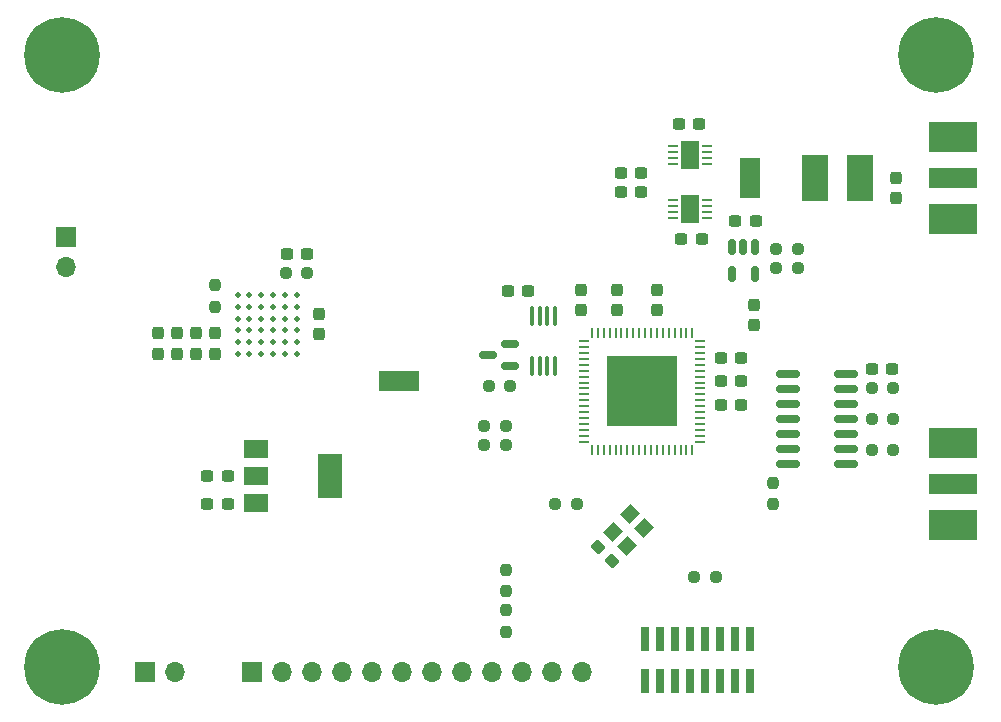
<source format=gbr>
%TF.GenerationSoftware,KiCad,Pcbnew,6.0.6-3a73a75311~116~ubuntu20.04.1*%
%TF.CreationDate,2022-09-22T11:08:13+01:00*%
%TF.ProjectId,UFOMothership,55464f4d-6f74-4686-9572-736869702e6b,rev?*%
%TF.SameCoordinates,Original*%
%TF.FileFunction,Soldermask,Top*%
%TF.FilePolarity,Negative*%
%FSLAX46Y46*%
G04 Gerber Fmt 4.6, Leading zero omitted, Abs format (unit mm)*
G04 Created by KiCad (PCBNEW 6.0.6-3a73a75311~116~ubuntu20.04.1) date 2022-09-22 11:08:13*
%MOMM*%
%LPD*%
G01*
G04 APERTURE LIST*
G04 Aperture macros list*
%AMRoundRect*
0 Rectangle with rounded corners*
0 $1 Rounding radius*
0 $2 $3 $4 $5 $6 $7 $8 $9 X,Y pos of 4 corners*
0 Add a 4 corners polygon primitive as box body*
4,1,4,$2,$3,$4,$5,$6,$7,$8,$9,$2,$3,0*
0 Add four circle primitives for the rounded corners*
1,1,$1+$1,$2,$3*
1,1,$1+$1,$4,$5*
1,1,$1+$1,$6,$7*
1,1,$1+$1,$8,$9*
0 Add four rect primitives between the rounded corners*
20,1,$1+$1,$2,$3,$4,$5,0*
20,1,$1+$1,$4,$5,$6,$7,0*
20,1,$1+$1,$6,$7,$8,$9,0*
20,1,$1+$1,$8,$9,$2,$3,0*%
%AMRotRect*
0 Rectangle, with rotation*
0 The origin of the aperture is its center*
0 $1 length*
0 $2 width*
0 $3 Rotation angle, in degrees counterclockwise*
0 Add horizontal line*
21,1,$1,$2,0,0,$3*%
G04 Aperture macros list end*
%ADD10RotRect,1.300000X1.100000X45.000000*%
%ADD11RoundRect,0.237500X0.380070X-0.044194X-0.044194X0.380070X-0.380070X0.044194X0.044194X-0.380070X0*%
%ADD12C,0.800000*%
%ADD13C,6.400000*%
%ADD14RoundRect,0.237500X-0.237500X0.250000X-0.237500X-0.250000X0.237500X-0.250000X0.237500X0.250000X0*%
%ADD15RoundRect,0.237500X0.300000X0.237500X-0.300000X0.237500X-0.300000X-0.237500X0.300000X-0.237500X0*%
%ADD16RoundRect,0.237500X-0.250000X-0.237500X0.250000X-0.237500X0.250000X0.237500X-0.250000X0.237500X0*%
%ADD17R,0.750000X2.100000*%
%ADD18RoundRect,0.237500X-0.300000X-0.237500X0.300000X-0.237500X0.300000X0.237500X-0.300000X0.237500X0*%
%ADD19R,1.700000X1.700000*%
%ADD20O,1.700000X1.700000*%
%ADD21C,0.500000*%
%ADD22R,4.190000X1.780000*%
%ADD23R,4.190000X2.665000*%
%ADD24RoundRect,0.100000X0.100000X-0.712500X0.100000X0.712500X-0.100000X0.712500X-0.100000X-0.712500X0*%
%ADD25RoundRect,0.237500X0.237500X-0.300000X0.237500X0.300000X-0.237500X0.300000X-0.237500X-0.300000X0*%
%ADD26RoundRect,0.062500X0.375000X0.062500X-0.375000X0.062500X-0.375000X-0.062500X0.375000X-0.062500X0*%
%ADD27RoundRect,0.062500X0.062500X0.375000X-0.062500X0.375000X-0.062500X-0.375000X0.062500X-0.375000X0*%
%ADD28R,6.000000X6.000000*%
%ADD29R,1.800000X3.400000*%
%ADD30R,3.400000X1.800000*%
%ADD31RoundRect,0.150000X0.587500X0.150000X-0.587500X0.150000X-0.587500X-0.150000X0.587500X-0.150000X0*%
%ADD32RoundRect,0.237500X-0.237500X0.300000X-0.237500X-0.300000X0.237500X-0.300000X0.237500X0.300000X0*%
%ADD33RoundRect,0.062500X0.362500X0.062500X-0.362500X0.062500X-0.362500X-0.062500X0.362500X-0.062500X0*%
%ADD34R,1.650000X2.380000*%
%ADD35RoundRect,0.150000X-0.825000X-0.150000X0.825000X-0.150000X0.825000X0.150000X-0.825000X0.150000X0*%
%ADD36RoundRect,0.150000X-0.150000X0.512500X-0.150000X-0.512500X0.150000X-0.512500X0.150000X0.512500X0*%
%ADD37RoundRect,0.237500X0.250000X0.237500X-0.250000X0.237500X-0.250000X-0.237500X0.250000X-0.237500X0*%
%ADD38R,2.200000X3.900000*%
%ADD39R,2.000000X1.500000*%
%ADD40R,2.000000X3.800000*%
G04 APERTURE END LIST*
D10*
%TO.C,X1*%
X180040901Y-97925825D03*
X181525825Y-96440901D03*
X180359099Y-95274175D03*
X178874175Y-96759099D03*
%TD*%
D11*
%TO.C,C24*%
X178819760Y-99219760D03*
X177600000Y-98000000D03*
%TD*%
D12*
%TO.C,REF\u002A\u002A*%
X206200000Y-110600000D03*
D13*
X206200000Y-108200000D03*
D12*
X207897056Y-106502944D03*
X204502944Y-106502944D03*
X207897056Y-109897056D03*
X204502944Y-109897056D03*
X203800000Y-108200000D03*
X206200000Y-105800000D03*
X208600000Y-108200000D03*
%TD*%
D13*
%TO.C,REF\u002A\u002A*%
X206200000Y-56400000D03*
D12*
X207897056Y-54702944D03*
X204502944Y-58097056D03*
X207897056Y-58097056D03*
X208600000Y-56400000D03*
X206200000Y-58800000D03*
X206200000Y-54000000D03*
X204502944Y-54702944D03*
X203800000Y-56400000D03*
%TD*%
D14*
%TO.C,R7*%
X145200000Y-75887500D03*
X145200000Y-77712500D03*
%TD*%
D15*
%TO.C,C16*%
X181262500Y-66400000D03*
X179537500Y-66400000D03*
%TD*%
D16*
%TO.C,R9*%
X192687500Y-74400000D03*
X194512500Y-74400000D03*
%TD*%
D17*
%TO.C,J7*%
X181555000Y-105800000D03*
X181555000Y-109400000D03*
X182825000Y-105800000D03*
X182825000Y-109400000D03*
X184095000Y-105800000D03*
X184095000Y-109400000D03*
X185365000Y-105800000D03*
X185365000Y-109400000D03*
X186635000Y-105800000D03*
X186635000Y-109400000D03*
X187905000Y-105800000D03*
X187905000Y-109400000D03*
X189175000Y-105800000D03*
X189175000Y-109400000D03*
X190445000Y-105800000D03*
X190445000Y-109400000D03*
%TD*%
D18*
%TO.C,C15*%
X200800000Y-83000000D03*
X202525000Y-83000000D03*
%TD*%
D19*
%TO.C,J6*%
X139260000Y-108600000D03*
D20*
X141800000Y-108600000D03*
%TD*%
D21*
%TO.C,U1*%
X147100000Y-76700000D03*
X148100000Y-76700000D03*
X149100000Y-76700000D03*
X150100000Y-76700000D03*
X151100000Y-76700000D03*
X152100000Y-76700000D03*
X147100000Y-77700000D03*
X148100000Y-77700000D03*
X149100000Y-77700000D03*
X150100000Y-77700000D03*
X151100000Y-77700000D03*
X152100000Y-77700000D03*
X147100000Y-78700000D03*
X148100000Y-78700000D03*
X149100000Y-78700000D03*
X150100000Y-78700000D03*
X151100000Y-78700000D03*
X152100000Y-78700000D03*
X147100000Y-79700000D03*
X148100000Y-79700000D03*
X149100000Y-79700000D03*
X150100000Y-79700000D03*
X151100000Y-79700000D03*
X152100000Y-79700000D03*
X147100000Y-80700000D03*
X148100000Y-80700000D03*
X149100000Y-80700000D03*
X150100000Y-80700000D03*
X151100000Y-80700000D03*
X152100000Y-80700000D03*
X147100000Y-81700000D03*
X148100000Y-81700000D03*
X149100000Y-81700000D03*
X150100000Y-81700000D03*
X151100000Y-81700000D03*
X152100000Y-81700000D03*
%TD*%
D18*
%TO.C,C11*%
X184475000Y-62200000D03*
X186200000Y-62200000D03*
%TD*%
D22*
%TO.C,J4*%
X207665000Y-66800000D03*
D23*
X207665000Y-70292500D03*
X207665000Y-63307500D03*
%TD*%
D12*
%TO.C,REF\u002A\u002A*%
X130502944Y-106502944D03*
X130502944Y-109897056D03*
X134600000Y-108200000D03*
X133897056Y-106502944D03*
X132200000Y-105800000D03*
X133897056Y-109897056D03*
D13*
X132200000Y-108200000D03*
D12*
X132200000Y-110600000D03*
X129800000Y-108200000D03*
%TD*%
D24*
%TO.C,U2*%
X172025000Y-82712500D03*
X172675000Y-82712500D03*
X173325000Y-82712500D03*
X173975000Y-82712500D03*
X173975000Y-78487500D03*
X173325000Y-78487500D03*
X172675000Y-78487500D03*
X172025000Y-78487500D03*
%TD*%
D25*
%TO.C,C21*%
X176200000Y-77999999D03*
X176200000Y-76274999D03*
%TD*%
D16*
%TO.C,R3*%
X167975000Y-87800000D03*
X169800000Y-87800000D03*
%TD*%
%TO.C,R8*%
X168375000Y-84387500D03*
X170200000Y-84387500D03*
%TD*%
D15*
%TO.C,C3*%
X153000000Y-73200000D03*
X151275000Y-73200000D03*
%TD*%
D14*
%TO.C,R10*%
X169800000Y-103375000D03*
X169800000Y-105200000D03*
%TD*%
D26*
%TO.C,U3*%
X186287500Y-89112500D03*
X186287500Y-88612500D03*
X186287500Y-88112500D03*
X186287500Y-87612500D03*
X186287500Y-87112500D03*
X186287500Y-86612500D03*
X186287500Y-86112500D03*
X186287500Y-85612500D03*
X186287500Y-85112500D03*
X186287500Y-84612500D03*
X186287500Y-84112500D03*
X186287500Y-83612500D03*
X186287500Y-83112500D03*
X186287500Y-82612500D03*
X186287500Y-82112500D03*
X186287500Y-81612500D03*
X186287500Y-81112500D03*
X186287500Y-80612500D03*
D27*
X185600000Y-79925000D03*
X185100000Y-79925000D03*
X184600000Y-79925000D03*
X184100000Y-79925000D03*
X183600000Y-79925000D03*
X183100000Y-79925000D03*
X182600000Y-79925000D03*
X182100000Y-79925000D03*
X181600000Y-79925000D03*
X181100000Y-79925000D03*
X180600000Y-79925000D03*
X180100000Y-79925000D03*
X179600000Y-79925000D03*
X179100000Y-79925000D03*
X178600000Y-79925000D03*
X178100000Y-79925000D03*
X177600000Y-79925000D03*
X177100000Y-79925000D03*
D26*
X176412500Y-80612500D03*
X176412500Y-81112500D03*
X176412500Y-81612500D03*
X176412500Y-82112500D03*
X176412500Y-82612500D03*
X176412500Y-83112500D03*
X176412500Y-83612500D03*
X176412500Y-84112500D03*
X176412500Y-84612500D03*
X176412500Y-85112500D03*
X176412500Y-85612500D03*
X176412500Y-86112500D03*
X176412500Y-86612500D03*
X176412500Y-87112500D03*
X176412500Y-87612500D03*
X176412500Y-88112500D03*
X176412500Y-88612500D03*
X176412500Y-89112500D03*
D27*
X177100000Y-89800000D03*
X177600000Y-89800000D03*
X178100000Y-89800000D03*
X178600000Y-89800000D03*
X179100000Y-89800000D03*
X179600000Y-89800000D03*
X180100000Y-89800000D03*
X180600000Y-89800000D03*
X181100000Y-89800000D03*
X181600000Y-89800000D03*
X182100000Y-89800000D03*
X182600000Y-89800000D03*
X183100000Y-89800000D03*
X183600000Y-89800000D03*
X184100000Y-89800000D03*
X184600000Y-89800000D03*
X185100000Y-89800000D03*
X185600000Y-89800000D03*
D28*
X181350000Y-84862500D03*
%TD*%
D16*
%TO.C,R15*%
X200800000Y-84600000D03*
X202625000Y-84600000D03*
%TD*%
D19*
%TO.C,J2*%
X148280000Y-108600000D03*
D20*
X150820000Y-108600000D03*
X153360000Y-108600000D03*
X155900000Y-108600000D03*
X158440000Y-108600000D03*
X160980000Y-108600000D03*
X163520000Y-108600000D03*
X166060000Y-108600000D03*
X168600000Y-108600000D03*
X171140000Y-108600000D03*
X173680000Y-108600000D03*
X176220000Y-108600000D03*
%TD*%
D29*
%TO.C,TP1*%
X190512500Y-66800000D03*
%TD*%
D30*
%TO.C,TP2*%
X160800000Y-84000000D03*
%TD*%
D25*
%TO.C,C4*%
X142000000Y-81662500D03*
X142000000Y-79937500D03*
%TD*%
%TO.C,C22*%
X182600000Y-77999999D03*
X182600000Y-76274999D03*
%TD*%
D15*
%TO.C,C5*%
X146262500Y-92000000D03*
X144537500Y-92000000D03*
%TD*%
%TO.C,C12*%
X186399999Y-72000000D03*
X184674999Y-72000000D03*
%TD*%
D31*
%TO.C,U6*%
X170137500Y-82737500D03*
X170137500Y-80837500D03*
X168262500Y-81787500D03*
%TD*%
D15*
%TO.C,C2*%
X146262500Y-94400000D03*
X144537500Y-94400000D03*
%TD*%
D12*
%TO.C,REF\u002A\u002A*%
X130502944Y-54702944D03*
X132200000Y-58800000D03*
X134600000Y-56400000D03*
X133897056Y-58097056D03*
D13*
X132200000Y-56400000D03*
D12*
X133897056Y-54702944D03*
X132200000Y-54000000D03*
X129800000Y-56400000D03*
X130502944Y-58097056D03*
%TD*%
D32*
%TO.C,C10*%
X202800000Y-66800000D03*
X202800000Y-68525000D03*
%TD*%
D15*
%TO.C,C17*%
X181262500Y-68000000D03*
X179537500Y-68000000D03*
%TD*%
D19*
%TO.C,J1*%
X132600000Y-71800000D03*
D20*
X132600000Y-74340000D03*
%TD*%
D16*
%TO.C,R2*%
X167975000Y-89400000D03*
X169800000Y-89400000D03*
%TD*%
D18*
%TO.C,C20*%
X188000000Y-84000000D03*
X189725000Y-84000000D03*
%TD*%
D25*
%TO.C,C19*%
X179200000Y-77999999D03*
X179200000Y-76274999D03*
%TD*%
%TO.C,C6*%
X140400000Y-81662500D03*
X140400000Y-79937500D03*
%TD*%
D16*
%TO.C,R14*%
X200800000Y-87200000D03*
X202625000Y-87200000D03*
%TD*%
D33*
%TO.C,U9*%
X186850000Y-70150000D03*
X186850000Y-69650000D03*
X186850000Y-69150000D03*
X186850000Y-68650000D03*
X183950000Y-68650000D03*
X183950000Y-69150000D03*
X183950000Y-69650000D03*
X183950000Y-70150000D03*
D34*
X185400000Y-69400000D03*
%TD*%
D35*
%TO.C,U5*%
X193675001Y-83352500D03*
X193675001Y-84622500D03*
X193675001Y-85892500D03*
X193675001Y-87162500D03*
X193675001Y-88432500D03*
X193675001Y-89702500D03*
X193675001Y-90972500D03*
X198625001Y-90972500D03*
X198625001Y-89702500D03*
X198625001Y-88432500D03*
X198625001Y-87162500D03*
X198625001Y-85892500D03*
X198625001Y-84622500D03*
X198625001Y-83352500D03*
%TD*%
D16*
%TO.C,R13*%
X200800000Y-89800000D03*
X202625000Y-89800000D03*
%TD*%
D36*
%TO.C,U7*%
X190862501Y-72662500D03*
X189912501Y-72662500D03*
X188962501Y-72662500D03*
X188962501Y-74937500D03*
X190862501Y-74937500D03*
%TD*%
D37*
%TO.C,R16*%
X194512500Y-72800000D03*
X192687500Y-72800000D03*
%TD*%
D22*
%TO.C,J3*%
X207665000Y-92707500D03*
D23*
X207665000Y-89215000D03*
X207665000Y-96200000D03*
%TD*%
D18*
%TO.C,C18*%
X188000000Y-82000000D03*
X189725000Y-82000000D03*
%TD*%
D16*
%TO.C,R1*%
X173975000Y-94400000D03*
X175800000Y-94400000D03*
%TD*%
D25*
%TO.C,C7*%
X145200000Y-81662500D03*
X145200000Y-79937500D03*
%TD*%
D14*
%TO.C,R12*%
X192400000Y-92600000D03*
X192400000Y-94425000D03*
%TD*%
D18*
%TO.C,C9*%
X189250001Y-70400000D03*
X190975001Y-70400000D03*
%TD*%
D33*
%TO.C,U8*%
X186849999Y-65600001D03*
X186849999Y-65100001D03*
X186849999Y-64600001D03*
X186849999Y-64100001D03*
X183949999Y-64100001D03*
X183949999Y-64600001D03*
X183949999Y-65100001D03*
X183949999Y-65600001D03*
D34*
X185399999Y-64850001D03*
%TD*%
D32*
%TO.C,C1*%
X154000000Y-78274999D03*
X154000000Y-79999999D03*
%TD*%
D25*
%TO.C,C8*%
X143600000Y-81662500D03*
X143600000Y-79937500D03*
%TD*%
D14*
%TO.C,R11*%
X169800000Y-99975000D03*
X169800000Y-101800000D03*
%TD*%
D16*
%TO.C,R4*%
X185775000Y-100600000D03*
X187600000Y-100600000D03*
%TD*%
D38*
%TO.C,L1*%
X196000000Y-66800000D03*
X199800000Y-66800000D03*
%TD*%
D16*
%TO.C,R6*%
X151175000Y-74800000D03*
X153000000Y-74800000D03*
%TD*%
D32*
%TO.C,C14*%
X190800000Y-77537500D03*
X190800000Y-79262500D03*
%TD*%
D39*
%TO.C,U4*%
X148650000Y-89700000D03*
X148650000Y-92000000D03*
D40*
X154950000Y-92000000D03*
D39*
X148650000Y-94300000D03*
%TD*%
D15*
%TO.C,C13*%
X171725001Y-76400000D03*
X170000001Y-76400000D03*
%TD*%
D18*
%TO.C,C23*%
X188000000Y-86000000D03*
X189725000Y-86000000D03*
%TD*%
M02*

</source>
